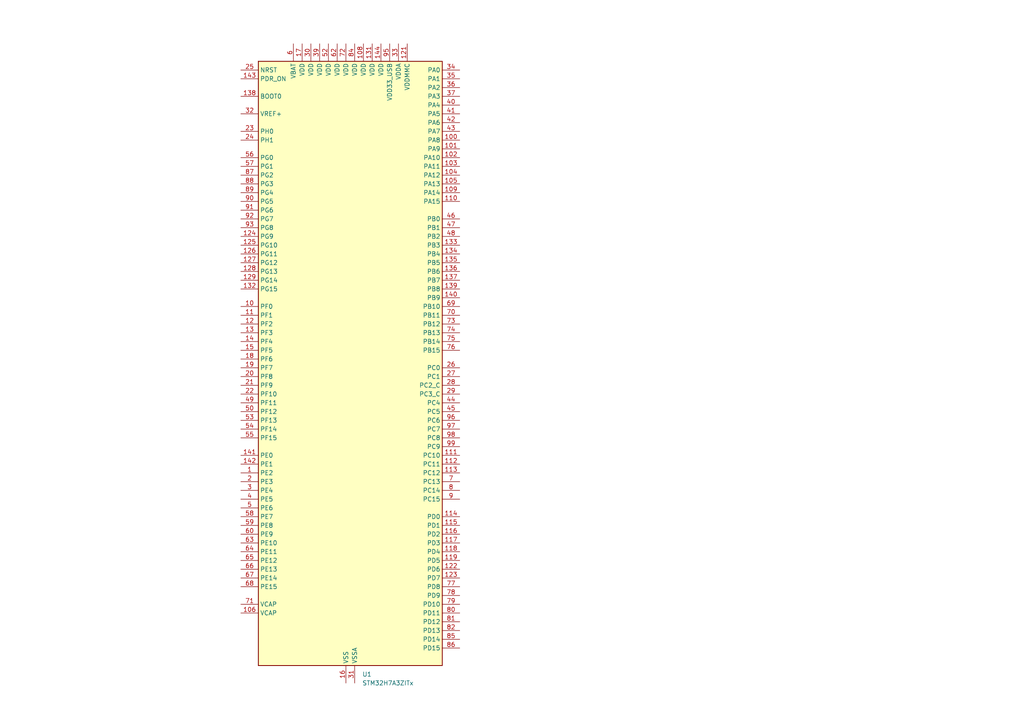
<source format=kicad_sch>
(kicad_sch (version 20231120) (generator "eeschema") (generator_version "8.0")
  (paper "A4")
  (lib_symbols
    (symbol "MCU_ST_STM32H7:STM32H7A3ZITx"
      (property "Reference" "U" (at -25.4 90.17 0))
      (property "Value" "STM32H7A3ZITx" (at 20.32 90.17 0))
      (symbol "STM32H7A3ZITx_0_1"
        (rectangle (start -25.4 -86.36) (end 27.94 88.9) (stroke (width 0.254)) (fill (type background)))
      )
      (symbol "STM32H7A3ZITx_1_1"
        (pin bidirectional line (at -30.48 -30.48 0) (length 5.08) (name "PE2") (number "1"))
        (pin bidirectional line (at -30.48 17.78 0) (length 5.08) (name "PF0") (number "10"))
        (pin bidirectional line (at 33.02 66.04 180) (length 5.08) (name "PA8") (number "100"))
        (pin bidirectional line (at 33.02 63.5 180) (length 5.08) (name "PA9") (number "101"))
        (pin bidirectional line (at 33.02 60.96 180) (length 5.08) (name "PA10") (number "102"))
        (pin bidirectional line (at 33.02 58.42 180) (length 5.08) (name "PA11") (number "103"))
        (pin bidirectional line (at 33.02 55.88 180) (length 5.08) (name "PA12") (number "104"))
        (pin bidirectional line (at 33.02 53.34 180) (length 5.08) (name "PA13") (number "105"))
        (pin power_out line (at -30.48 -71.12 0) (length 5.08) (name "VCAP") (number "106"))
        (pin passive line (at 0 -91.44 90) (length 5.08) hide (name "VSS") (number "107"))
        (pin power_in line (at 5.08 93.98 270) (length 5.08) (name "VDD") (number "108"))
        (pin bidirectional line (at 33.02 50.8 180) (length 5.08) (name "PA14") (number "109"))
        (pin bidirectional line (at -30.48 15.24 0) (length 5.08) (name "PF1") (number "11"))
        (pin bidirectional line (at 33.02 48.26 180) (length 5.08) (name "PA15") (number "110"))
        (pin bidirectional line (at 33.02 -25.4 180) (length 5.08) (name "PC10") (number "111"))
        (pin bidirectional line (at 33.02 -27.94 180) (length 5.08) (name "PC11") (number "112"))
        (pin bidirectional line (at 33.02 -30.48 180) (length 5.08) (name "PC12") (number "113"))
        (pin bidirectional line (at 33.02 -43.18 180) (length 5.08) (name "PD0") (number "114"))
        (pin bidirectional line (at 33.02 -45.72 180) (length 5.08) (name "PD1") (number "115"))
        (pin bidirectional line (at 33.02 -48.26 180) (length 5.08) (name "PD2") (number "116"))
        (pin bidirectional line (at 33.02 -50.8 180) (length 5.08) (name "PD3") (number "117"))
        (pin bidirectional line (at 33.02 -53.34 180) (length 5.08) (name "PD4") (number "118"))
        (pin bidirectional line (at 33.02 -55.88 180) (length 5.08) (name "PD5") (number "119"))
        (pin bidirectional line (at -30.48 12.7 0) (length 5.08) (name "PF2") (number "12"))
        (pin passive line (at 0 -91.44 90) (length 5.08) hide (name "VSS") (number "120"))
        (pin power_in line (at 17.78 93.98 270) (length 5.08) (name "VDDMMC") (number "121"))
        (pin bidirectional line (at 33.02 -58.42 180) (length 5.08) (name "PD6") (number "122"))
        (pin bidirectional line (at 33.02 -60.96 180) (length 5.08) (name "PD7") (number "123"))
        (pin bidirectional line (at -30.48 38.1 0) (length 5.08) (name "PG9") (number "124"))
        (pin bidirectional line (at -30.48 35.56 0) (length 5.08) (name "PG10") (number "125"))
        (pin bidirectional line (at -30.48 33.02 0) (length 5.08) (name "PG11") (number "126"))
        (pin bidirectional line (at -30.48 30.48 0) (length 5.08) (name "PG12") (number "127"))
        (pin bidirectional line (at -30.48 27.94 0) (length 5.08) (name "PG13") (number "128"))
        (pin bidirectional line (at -30.48 25.4 0) (length 5.08) (name "PG14") (number "129"))
        (pin bidirectional line (at -30.48 10.16 0) (length 5.08) (name "PF3") (number "13"))
        (pin passive line (at 0 -91.44 90) (length 5.08) hide (name "VSS") (number "130"))
        (pin power_in line (at 7.62 93.98 270) (length 5.08) (name "VDD") (number "131"))
        (pin bidirectional line (at -30.48 22.86 0) (length 5.08) (name "PG15") (number "132"))
        (pin bidirectional line (at 33.02 35.56 180) (length 5.08) (name "PB3") (number "133"))
        (pin bidirectional line (at 33.02 33.02 180) (length 5.08) (name "PB4") (number "134"))
        (pin bidirectional line (at 33.02 30.48 180) (length 5.08) (name "PB5") (number "135"))
        (pin bidirectional line (at 33.02 27.94 180) (length 5.08) (name "PB6") (number "136"))
        (pin bidirectional line (at 33.02 25.4 180) (length 5.08) (name "PB7") (number "137"))
        (pin input line (at -30.48 78.74 0) (length 5.08) (name "BOOT0") (number "138"))
        (pin bidirectional line (at 33.02 22.86 180) (length 5.08) (name "PB8") (number "139"))
        (pin bidirectional line (at -30.48 7.62 0) (length 5.08) (name "PF4") (number "14"))
        (pin bidirectional line (at 33.02 20.32 180) (length 5.08) (name "PB9") (number "140"))
        (pin bidirectional line (at -30.48 -25.4 0) (length 5.08) (name "PE0") (number "141"))
        (pin bidirectional line (at -30.48 -27.94 0) (length 5.08) (name "PE1") (number "142"))
        (pin input line (at -30.48 83.82 0) (length 5.08) (name "PDR_ON") (number "143"))
        (pin power_in line (at 10.16 93.98 270) (length 5.08) (name "VDD") (number "144"))
        (pin bidirectional line (at -30.48 5.08 0) (length 5.08) (name "PF5") (number "15"))
        (pin power_in line (at 0 -91.44 90) (length 5.08) (name "VSS") (number "16"))
        (pin power_in line (at -12.7 93.98 270) (length 5.08) (name "VDD") (number "17"))
        (pin bidirectional line (at -30.48 2.54 0) (length 5.08) (name "PF6") (number "18"))
        (pin bidirectional line (at -30.48 0 0) (length 5.08) (name "PF7") (number "19"))
        (pin bidirectional line (at -30.48 -33.02 0) (length 5.08) (name "PE3") (number "2"))
        (pin bidirectional line (at -30.48 -2.54 0) (length 5.08) (name "PF8") (number "20"))
        (pin bidirectional line (at -30.48 -5.08 0) (length 5.08) (name "PF9") (number "21"))
        (pin bidirectional line (at -30.48 -7.62 0) (length 5.08) (name "PF10") (number "22"))
        (pin bidirectional line (at -30.48 68.58 0) (length 5.08) (name "PH0") (number "23"))
        (pin bidirectional line (at -30.48 66.04 0) (length 5.08) (name "PH1") (number "24"))
        (pin input line (at -30.48 86.36 0) (length 5.08) (name "NRST") (number "25"))
        (pin bidirectional line (at 33.02 0 180) (length 5.08) (name "PC0") (number "26"))
        (pin bidirectional line (at 33.02 -2.54 180) (length 5.08) (name "PC1") (number "27"))
        (pin bidirectional line (at 33.02 -5.08 180) (length 5.08) (name "PC2_C") (number "28"))
        (pin bidirectional line (at 33.02 -7.62 180) (length 5.08) (name "PC3_C") (number "29"))
        (pin bidirectional line (at -30.48 -35.56 0) (length 5.08) (name "PE4") (number "3"))
        (pin power_in line (at -10.16 93.98 270) (length 5.08) (name "VDD") (number "30"))
        (pin power_in line (at 2.54 -91.44 90) (length 5.08) (name "VSSA") (number "31"))
        (pin input line (at -30.48 73.66 0) (length 5.08) (name "VREF+") (number "32"))
        (pin power_in line (at 15.24 93.98 270) (length 5.08) (name "VDDA") (number "33"))
        (pin bidirectional line (at 33.02 86.36 180) (length 5.08) (name "PA0") (number "34"))
        (pin bidirectional line (at 33.02 83.82 180) (length 5.08) (name "PA1") (number "35"))
        (pin bidirectional line (at 33.02 81.28 180) (length 5.08) (name "PA2") (number "36"))
        (pin bidirectional line (at 33.02 78.74 180) (length 5.08) (name "PA3") (number "37"))
        (pin passive line (at 0 -91.44 90) (length 5.08) hide (name "VSS") (number "38"))
        (pin power_in line (at -7.62 93.98 270) (length 5.08) (name "VDD") (number "39"))
        (pin bidirectional line (at -30.48 -38.1 0) (length 5.08) (name "PE5") (number "4"))
        (pin bidirectional line (at 33.02 76.2 180) (length 5.08) (name "PA4") (number "40"))
        (pin bidirectional line (at 33.02 73.66 180) (length 5.08) (name "PA5") (number "41"))
        (pin bidirectional line (at 33.02 71.12 180) (length 5.08) (name "PA6") (number "42"))
        (pin bidirectional line (at 33.02 68.58 180) (length 5.08) (name "PA7") (number "43"))
        (pin bidirectional line (at 33.02 -10.16 180) (length 5.08) (name "PC4") (number "44"))
        (pin bidirectional line (at 33.02 -12.7 180) (length 5.08) (name "PC5") (number "45"))
        (pin bidirectional line (at 33.02 43.18 180) (length 5.08) (name "PB0") (number "46"))
        (pin bidirectional line (at 33.02 40.64 180) (length 5.08) (name "PB1") (number "47"))
        (pin bidirectional line (at 33.02 38.1 180) (length 5.08) (name "PB2") (number "48"))
        (pin bidirectional line (at -30.48 -10.16 0) (length 5.08) (name "PF11") (number "49"))
        (pin bidirectional line (at -30.48 -40.64 0) (length 5.08) (name "PE6") (number "5"))
        (pin bidirectional line (at -30.48 -12.7 0) (length 5.08) (name "PF12") (number "50"))
        (pin passive line (at 0 -91.44 90) (length 5.08) hide (name "VSS") (number "51"))
        (pin power_in line (at -5.08 93.98 270) (length 5.08) (name "VDD") (number "52"))
        (pin bidirectional line (at -30.48 -15.24 0) (length 5.08) (name "PF13") (number "53"))
        (pin bidirectional line (at -30.48 -17.78 0) (length 5.08) (name "PF14") (number "54"))
        (pin bidirectional line (at -30.48 -20.32 0) (length 5.08) (name "PF15") (number "55"))
        (pin bidirectional line (at -30.48 60.96 0) (length 5.08) (name "PG0") (number "56"))
        (pin bidirectional line (at -30.48 58.42 0) (length 5.08) (name "PG1") (number "57"))
        (pin bidirectional line (at -30.48 -43.18 0) (length 5.08) (name "PE7") (number "58"))
        (pin bidirectional line (at -30.48 -45.72 0) (length 5.08) (name "PE8") (number "59"))
        (pin power_in line (at -15.24 93.98 270) (length 5.08) (name "VBAT") (number "6"))
        (pin bidirectional line (at -30.48 -48.26 0) (length 5.08) (name "PE9") (number "60"))
        (pin passive line (at 0 -91.44 90) (length 5.08) hide (name "VSS") (number "61"))
        (pin power_in line (at -2.54 93.98 270) (length 5.08) (name "VDD") (number "62"))
        (pin bidirectional line (at -30.48 -50.8 0) (length 5.08) (name "PE10") (number "63"))
        (pin bidirectional line (at -30.48 -53.34 0) (length 5.08) (name "PE11") (number "64"))
        (pin bidirectional line (at -30.48 -55.88 0) (length 5.08) (name "PE12") (number "65"))
        (pin bidirectional line (at -30.48 -58.42 0) (length 5.08) (name "PE13") (number "66"))
        (pin bidirectional line (at -30.48 -60.96 0) (length 5.08) (name "PE14") (number "67"))
        (pin bidirectional line (at -30.48 -63.5 0) (length 5.08) (name "PE15") (number "68"))
        (pin bidirectional line (at 33.02 17.78 180) (length 5.08) (name "PB10") (number "69"))
        (pin bidirectional line (at 33.02 -33.02 180) (length 5.08) (name "PC13") (number "7"))
        (pin bidirectional line (at 33.02 15.24 180) (length 5.08) (name "PB11") (number "70"))
        (pin power_out line (at -30.48 -68.58 0) (length 5.08) (name "VCAP") (number "71"))
        (pin power_in line (at 0 93.98 270) (length 5.08) (name "VDD") (number "72"))
        (pin bidirectional line (at 33.02 12.7 180) (length 5.08) (name "PB12") (number "73"))
        (pin bidirectional line (at 33.02 10.16 180) (length 5.08) (name "PB13") (number "74"))
        (pin bidirectional line (at 33.02 7.62 180) (length 5.08) (name "PB14") (number "75"))
        (pin bidirectional line (at 33.02 5.08 180) (length 5.08) (name "PB15") (number "76"))
        (pin bidirectional line (at 33.02 -63.5 180) (length 5.08) (name "PD8") (number "77"))
        (pin bidirectional line (at 33.02 -66.04 180) (length 5.08) (name "PD9") (number "78"))
        (pin bidirectional line (at 33.02 -68.58 180) (length 5.08) (name "PD10") (number "79"))
        (pin bidirectional line (at 33.02 -35.56 180) (length 5.08) (name "PC14") (number "8"))
        (pin bidirectional line (at 33.02 -71.12 180) (length 5.08) (name "PD11") (number "80"))
        (pin bidirectional line (at 33.02 -73.66 180) (length 5.08) (name "PD12") (number "81"))
        (pin bidirectional line (at 33.02 -76.2 180) (length 5.08) (name "PD13") (number "82"))
        (pin passive line (at 0 -91.44 90) (length 5.08) hide (name "VSS") (number "83"))
        (pin power_in line (at 2.54 93.98 270) (length 5.08) (name "VDD") (number "84"))
        (pin bidirectional line (at 33.02 -78.74 180) (length 5.08) (name "PD14") (number "85"))
        (pin bidirectional line (at 33.02 -81.28 180) (length 5.08) (name "PD15") (number "86"))
        (pin bidirectional line (at -30.48 55.88 0) (length 5.08) (name "PG2") (number "87"))
        (pin bidirectional line (at -30.48 53.34 0) (length 5.08) (name "PG3") (number "88"))
        (pin bidirectional line (at -30.48 50.8 0) (length 5.08) (name "PG4") (number "89"))
        (pin bidirectional line (at 33.02 -38.1 180) (length 5.08) (name "PC15") (number "9"))
        (pin bidirectional line (at -30.48 48.26 0) (length 5.08) (name "PG5") (number "90"))
        (pin bidirectional line (at -30.48 45.72 0) (length 5.08) (name "PG6") (number "91"))
        (pin bidirectional line (at -30.48 43.18 0) (length 5.08) (name "PG7") (number "92"))
        (pin bidirectional line (at -30.48 40.64 0) (length 5.08) (name "PG8") (number "93"))
        (pin passive line (at 0 -91.44 90) (length 5.08) hide (name "VSS") (number "94"))
        (pin power_in line (at 12.7 93.98 270) (length 5.08) (name "VDD33_USB") (number "95"))
        (pin bidirectional line (at 33.02 -15.24 180) (length 5.08) (name "PC6") (number "96"))
        (pin bidirectional line (at 33.02 -17.78 180) (length 5.08) (name "PC7") (number "97"))
        (pin bidirectional line (at 33.02 -20.32 180) (length 5.08) (name "PC8") (number "98"))
        (pin bidirectional line (at 33.02 -22.86 180) (length 5.08) (name "PC9") (number "99"))
      )
    )
  )
  (symbol (lib_id "MCU_ST_STM32H7:STM32H7A3ZITx") (at 100.33 106.68 0) (unit 1)
    (property "Reference" "U1" (at 105.0641 195.58 0) (effects (justify left)))
    (property "Value" "STM32H7A3ZITx" (at 105.0641 198.12 0) (effects (justify left)))
    (property "Footprint" "Package_QFP:LQFP-144_20x20mm_P0.5mm" (effects (hide yes)))
    (property "Datasheet" "https://www.st.com/resource/en/datasheet/stm32h7a3zi.pdf" (effects (hide yes)))
    (property "Description" "STMicroelectronics Arm Cortex-M7 MCU, 2048KB flash, 1184KB RAM, 280 MHz, 1.62-3.6V, 114 GPIO, LQFP144" (effects (hide yes)))
  )
)
</source>
